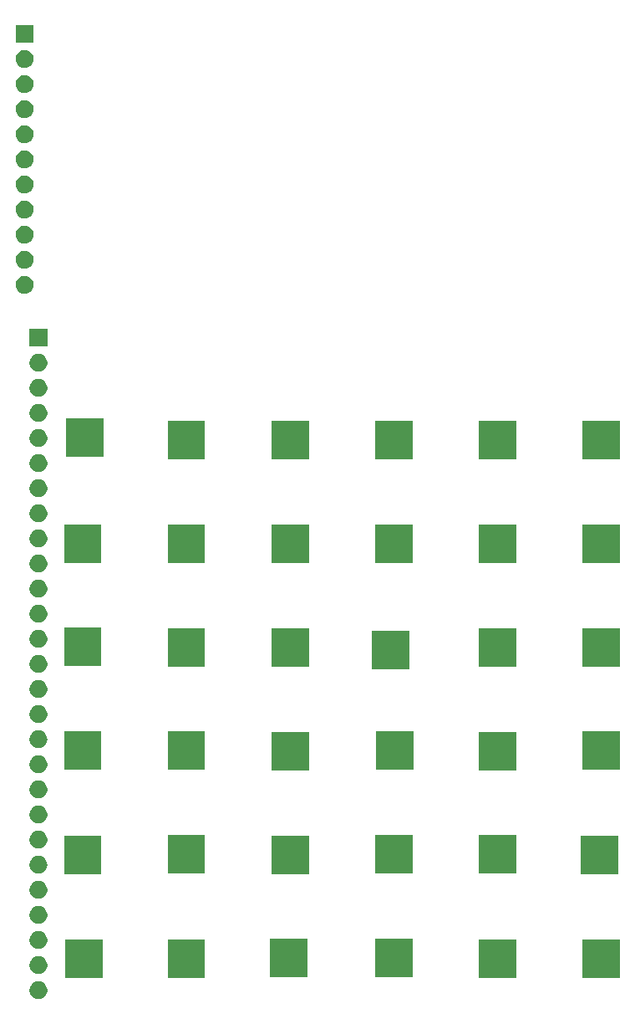
<source format=gbr>
G04 #@! TF.GenerationSoftware,KiCad,Pcbnew,5.1.5+dfsg1-2build2*
G04 #@! TF.CreationDate,2021-12-28T07:58:18+00:00*
G04 #@! TF.ProjectId,psion-org2-main,7073696f-6e2d-46f7-9267-322d6d61696e,rev?*
G04 #@! TF.SameCoordinates,Original*
G04 #@! TF.FileFunction,Soldermask,Top*
G04 #@! TF.FilePolarity,Negative*
%FSLAX46Y46*%
G04 Gerber Fmt 4.6, Leading zero omitted, Abs format (unit mm)*
G04 Created by KiCad (PCBNEW 5.1.5+dfsg1-2build2) date 2021-12-28 07:58:18*
%MOMM*%
%LPD*%
G04 APERTURE LIST*
%ADD10C,0.100000*%
G04 APERTURE END LIST*
D10*
G36*
X200875000Y-106075000D02*
G01*
X197325000Y-106075000D01*
X197325000Y-102425000D01*
X200875000Y-102425000D01*
X200875000Y-106075000D01*
G37*
X200875000Y-106075000D02*
X197325000Y-106075000D01*
X197325000Y-102425000D01*
X200875000Y-102425000D01*
X200875000Y-106075000D01*
G36*
X200875000Y-158575000D02*
G01*
X197325000Y-158575000D01*
X197325000Y-154925000D01*
X200875000Y-154925000D01*
X200875000Y-158575000D01*
G37*
X200875000Y-158575000D02*
X197325000Y-158575000D01*
X197325000Y-154925000D01*
X200875000Y-154925000D01*
X200875000Y-158575000D01*
G36*
X200775000Y-148075000D02*
G01*
X197225000Y-148075000D01*
X197225000Y-144425000D01*
X200775000Y-144425000D01*
X200775000Y-148075000D01*
G37*
X200775000Y-148075000D02*
X197225000Y-148075000D01*
X197225000Y-144425000D01*
X200775000Y-144425000D01*
X200775000Y-148075000D01*
G36*
X200875000Y-137475000D02*
G01*
X197325000Y-137475000D01*
X197325000Y-133825000D01*
X200875000Y-133825000D01*
X200875000Y-137475000D01*
G37*
X200875000Y-137475000D02*
X197325000Y-137475000D01*
X197325000Y-133825000D01*
X200875000Y-133825000D01*
X200875000Y-137475000D01*
G36*
X200875000Y-127075000D02*
G01*
X197325000Y-127075000D01*
X197325000Y-123425000D01*
X200875000Y-123425000D01*
X200875000Y-127075000D01*
G37*
X200875000Y-127075000D02*
X197325000Y-127075000D01*
X197325000Y-123425000D01*
X200875000Y-123425000D01*
X200875000Y-127075000D01*
G36*
X200875000Y-116575000D02*
G01*
X197325000Y-116575000D01*
X197325000Y-112925000D01*
X200875000Y-112925000D01*
X200875000Y-116575000D01*
G37*
X200875000Y-116575000D02*
X197325000Y-116575000D01*
X197325000Y-112925000D01*
X200875000Y-112925000D01*
X200875000Y-116575000D01*
G36*
X190375000Y-158575000D02*
G01*
X186825000Y-158575000D01*
X186825000Y-154925000D01*
X190375000Y-154925000D01*
X190375000Y-158575000D01*
G37*
X190375000Y-158575000D02*
X186825000Y-158575000D01*
X186825000Y-154925000D01*
X190375000Y-154925000D01*
X190375000Y-158575000D01*
G36*
X190375000Y-147975000D02*
G01*
X186825000Y-147975000D01*
X186825000Y-144325000D01*
X190375000Y-144325000D01*
X190375000Y-147975000D01*
G37*
X190375000Y-147975000D02*
X186825000Y-147975000D01*
X186825000Y-144325000D01*
X190375000Y-144325000D01*
X190375000Y-147975000D01*
G36*
X190375000Y-137575000D02*
G01*
X186825000Y-137575000D01*
X186825000Y-133925000D01*
X190375000Y-133925000D01*
X190375000Y-137575000D01*
G37*
X190375000Y-137575000D02*
X186825000Y-137575000D01*
X186825000Y-133925000D01*
X190375000Y-133925000D01*
X190375000Y-137575000D01*
G36*
X190375000Y-127075000D02*
G01*
X186825000Y-127075000D01*
X186825000Y-123425000D01*
X190375000Y-123425000D01*
X190375000Y-127075000D01*
G37*
X190375000Y-127075000D02*
X186825000Y-127075000D01*
X186825000Y-123425000D01*
X190375000Y-123425000D01*
X190375000Y-127075000D01*
G36*
X190375000Y-116575000D02*
G01*
X186825000Y-116575000D01*
X186825000Y-112925000D01*
X190375000Y-112925000D01*
X190375000Y-116575000D01*
G37*
X190375000Y-116575000D02*
X186825000Y-116575000D01*
X186825000Y-112925000D01*
X190375000Y-112925000D01*
X190375000Y-116575000D01*
G36*
X190375000Y-106075000D02*
G01*
X186825000Y-106075000D01*
X186825000Y-102425000D01*
X190375000Y-102425000D01*
X190375000Y-106075000D01*
G37*
X190375000Y-106075000D02*
X186825000Y-106075000D01*
X186825000Y-102425000D01*
X190375000Y-102425000D01*
X190375000Y-106075000D01*
G36*
X179875000Y-158475000D02*
G01*
X176325000Y-158475000D01*
X176325000Y-154825000D01*
X179875000Y-154825000D01*
X179875000Y-158475000D01*
G37*
X179875000Y-158475000D02*
X176325000Y-158475000D01*
X176325000Y-154825000D01*
X179875000Y-154825000D01*
X179875000Y-158475000D01*
G36*
X179875000Y-147975000D02*
G01*
X176325000Y-147975000D01*
X176325000Y-144325000D01*
X179875000Y-144325000D01*
X179875000Y-147975000D01*
G37*
X179875000Y-147975000D02*
X176325000Y-147975000D01*
X176325000Y-144325000D01*
X179875000Y-144325000D01*
X179875000Y-147975000D01*
G36*
X179975000Y-137475000D02*
G01*
X176425000Y-137475000D01*
X176425000Y-133825000D01*
X179975000Y-133825000D01*
X179975000Y-137475000D01*
G37*
X179975000Y-137475000D02*
X176425000Y-137475000D01*
X176425000Y-133825000D01*
X179975000Y-133825000D01*
X179975000Y-137475000D01*
G36*
X179575000Y-127275000D02*
G01*
X176025000Y-127275000D01*
X176025000Y-123625000D01*
X179575000Y-123625000D01*
X179575000Y-127275000D01*
G37*
X179575000Y-127275000D02*
X176025000Y-127275000D01*
X176025000Y-123625000D01*
X179575000Y-123625000D01*
X179575000Y-127275000D01*
G36*
X179875000Y-116575000D02*
G01*
X176325000Y-116575000D01*
X176325000Y-112925000D01*
X179875000Y-112925000D01*
X179875000Y-116575000D01*
G37*
X179875000Y-116575000D02*
X176325000Y-116575000D01*
X176325000Y-112925000D01*
X179875000Y-112925000D01*
X179875000Y-116575000D01*
G36*
X179875000Y-106075000D02*
G01*
X176325000Y-106075000D01*
X176325000Y-102425000D01*
X179875000Y-102425000D01*
X179875000Y-106075000D01*
G37*
X179875000Y-106075000D02*
X176325000Y-106075000D01*
X176325000Y-102425000D01*
X179875000Y-102425000D01*
X179875000Y-106075000D01*
G36*
X169275000Y-158475000D02*
G01*
X165725000Y-158475000D01*
X165725000Y-154825000D01*
X169275000Y-154825000D01*
X169275000Y-158475000D01*
G37*
X169275000Y-158475000D02*
X165725000Y-158475000D01*
X165725000Y-154825000D01*
X169275000Y-154825000D01*
X169275000Y-158475000D01*
G36*
X169375000Y-148075000D02*
G01*
X165825000Y-148075000D01*
X165825000Y-144425000D01*
X169375000Y-144425000D01*
X169375000Y-148075000D01*
G37*
X169375000Y-148075000D02*
X165825000Y-148075000D01*
X165825000Y-144425000D01*
X169375000Y-144425000D01*
X169375000Y-148075000D01*
G36*
X169375000Y-137575000D02*
G01*
X165825000Y-137575000D01*
X165825000Y-133925000D01*
X169375000Y-133925000D01*
X169375000Y-137575000D01*
G37*
X169375000Y-137575000D02*
X165825000Y-137575000D01*
X165825000Y-133925000D01*
X169375000Y-133925000D01*
X169375000Y-137575000D01*
G36*
X169375000Y-127075000D02*
G01*
X165825000Y-127075000D01*
X165825000Y-123425000D01*
X169375000Y-123425000D01*
X169375000Y-127075000D01*
G37*
X169375000Y-127075000D02*
X165825000Y-127075000D01*
X165825000Y-123425000D01*
X169375000Y-123425000D01*
X169375000Y-127075000D01*
G36*
X169375000Y-116575000D02*
G01*
X165825000Y-116575000D01*
X165825000Y-112925000D01*
X169375000Y-112925000D01*
X169375000Y-116575000D01*
G37*
X169375000Y-116575000D02*
X165825000Y-116575000D01*
X165825000Y-112925000D01*
X169375000Y-112925000D01*
X169375000Y-116575000D01*
G36*
X169375000Y-106075000D02*
G01*
X165825000Y-106075000D01*
X165825000Y-102425000D01*
X169375000Y-102425000D01*
X169375000Y-106075000D01*
G37*
X169375000Y-106075000D02*
X165825000Y-106075000D01*
X165825000Y-102425000D01*
X169375000Y-102425000D01*
X169375000Y-106075000D01*
G36*
X158875000Y-158575000D02*
G01*
X155325000Y-158575000D01*
X155325000Y-154925000D01*
X158875000Y-154925000D01*
X158875000Y-158575000D01*
G37*
X158875000Y-158575000D02*
X155325000Y-158575000D01*
X155325000Y-154925000D01*
X158875000Y-154925000D01*
X158875000Y-158575000D01*
G36*
X158875000Y-147975000D02*
G01*
X155325000Y-147975000D01*
X155325000Y-144325000D01*
X158875000Y-144325000D01*
X158875000Y-147975000D01*
G37*
X158875000Y-147975000D02*
X155325000Y-147975000D01*
X155325000Y-144325000D01*
X158875000Y-144325000D01*
X158875000Y-147975000D01*
G36*
X158875000Y-137475000D02*
G01*
X155325000Y-137475000D01*
X155325000Y-133825000D01*
X158875000Y-133825000D01*
X158875000Y-137475000D01*
G37*
X158875000Y-137475000D02*
X155325000Y-137475000D01*
X155325000Y-133825000D01*
X158875000Y-133825000D01*
X158875000Y-137475000D01*
G36*
X158875000Y-127075000D02*
G01*
X155325000Y-127075000D01*
X155325000Y-123425000D01*
X158875000Y-123425000D01*
X158875000Y-127075000D01*
G37*
X158875000Y-127075000D02*
X155325000Y-127075000D01*
X155325000Y-123425000D01*
X158875000Y-123425000D01*
X158875000Y-127075000D01*
G36*
X158875000Y-116575000D02*
G01*
X155325000Y-116575000D01*
X155325000Y-112925000D01*
X158875000Y-112925000D01*
X158875000Y-116575000D01*
G37*
X158875000Y-116575000D02*
X155325000Y-116575000D01*
X155325000Y-112925000D01*
X158875000Y-112925000D01*
X158875000Y-116575000D01*
G36*
X158875000Y-106075000D02*
G01*
X155325000Y-106075000D01*
X155325000Y-102425000D01*
X158875000Y-102425000D01*
X158875000Y-106075000D01*
G37*
X158875000Y-106075000D02*
X155325000Y-106075000D01*
X155325000Y-102425000D01*
X158875000Y-102425000D01*
X158875000Y-106075000D01*
G36*
X148475000Y-158575000D02*
G01*
X144925000Y-158575000D01*
X144925000Y-154925000D01*
X148475000Y-154925000D01*
X148475000Y-158575000D01*
G37*
X148475000Y-158575000D02*
X144925000Y-158575000D01*
X144925000Y-154925000D01*
X148475000Y-154925000D01*
X148475000Y-158575000D01*
G36*
X148375000Y-148075000D02*
G01*
X144825000Y-148075000D01*
X144825000Y-144425000D01*
X148375000Y-144425000D01*
X148375000Y-148075000D01*
G37*
X148375000Y-148075000D02*
X144825000Y-148075000D01*
X144825000Y-144425000D01*
X148375000Y-144425000D01*
X148375000Y-148075000D01*
G36*
X148375000Y-137475000D02*
G01*
X144825000Y-137475000D01*
X144825000Y-133825000D01*
X148375000Y-133825000D01*
X148375000Y-137475000D01*
G37*
X148375000Y-137475000D02*
X144825000Y-137475000D01*
X144825000Y-133825000D01*
X148375000Y-133825000D01*
X148375000Y-137475000D01*
G36*
X148375000Y-126975000D02*
G01*
X144825000Y-126975000D01*
X144825000Y-123325000D01*
X148375000Y-123325000D01*
X148375000Y-126975000D01*
G37*
X148375000Y-126975000D02*
X144825000Y-126975000D01*
X144825000Y-123325000D01*
X148375000Y-123325000D01*
X148375000Y-126975000D01*
G36*
X148375000Y-116575000D02*
G01*
X144825000Y-116575000D01*
X144825000Y-112925000D01*
X148375000Y-112925000D01*
X148375000Y-116575000D01*
G37*
X148375000Y-116575000D02*
X144825000Y-116575000D01*
X144825000Y-112925000D01*
X148375000Y-112925000D01*
X148375000Y-116575000D01*
G36*
X148575000Y-105775000D02*
G01*
X145025000Y-105775000D01*
X145025000Y-102125000D01*
X148575000Y-102125000D01*
X148575000Y-105775000D01*
G37*
X148575000Y-105775000D02*
X145025000Y-105775000D01*
X145025000Y-102125000D01*
X148575000Y-102125000D01*
X148575000Y-105775000D01*
G36*
X142213512Y-159003927D02*
G01*
X142362812Y-159033624D01*
X142526784Y-159101544D01*
X142674354Y-159200147D01*
X142799853Y-159325646D01*
X142898456Y-159473216D01*
X142966376Y-159637188D01*
X143001000Y-159811259D01*
X143001000Y-159988741D01*
X142966376Y-160162812D01*
X142898456Y-160326784D01*
X142799853Y-160474354D01*
X142674354Y-160599853D01*
X142526784Y-160698456D01*
X142362812Y-160766376D01*
X142213512Y-160796073D01*
X142188742Y-160801000D01*
X142011258Y-160801000D01*
X141986488Y-160796073D01*
X141837188Y-160766376D01*
X141673216Y-160698456D01*
X141525646Y-160599853D01*
X141400147Y-160474354D01*
X141301544Y-160326784D01*
X141233624Y-160162812D01*
X141199000Y-159988741D01*
X141199000Y-159811259D01*
X141233624Y-159637188D01*
X141301544Y-159473216D01*
X141400147Y-159325646D01*
X141525646Y-159200147D01*
X141673216Y-159101544D01*
X141837188Y-159033624D01*
X141986488Y-159003927D01*
X142011258Y-158999000D01*
X142188742Y-158999000D01*
X142213512Y-159003927D01*
G37*
G36*
X201001000Y-158701000D02*
G01*
X197199000Y-158701000D01*
X197199000Y-154799000D01*
X201001000Y-154799000D01*
X201001000Y-158701000D01*
G37*
G36*
X190501000Y-158701000D02*
G01*
X186699000Y-158701000D01*
X186699000Y-154799000D01*
X190501000Y-154799000D01*
X190501000Y-158701000D01*
G37*
G36*
X159001000Y-158701000D02*
G01*
X155199000Y-158701000D01*
X155199000Y-154799000D01*
X159001000Y-154799000D01*
X159001000Y-158701000D01*
G37*
G36*
X148601000Y-158701000D02*
G01*
X144799000Y-158701000D01*
X144799000Y-154799000D01*
X148601000Y-154799000D01*
X148601000Y-158701000D01*
G37*
G36*
X169401000Y-158601000D02*
G01*
X165599000Y-158601000D01*
X165599000Y-154699000D01*
X169401000Y-154699000D01*
X169401000Y-158601000D01*
G37*
G36*
X180001000Y-158601000D02*
G01*
X176199000Y-158601000D01*
X176199000Y-154699000D01*
X180001000Y-154699000D01*
X180001000Y-158601000D01*
G37*
G36*
X142213512Y-156463927D02*
G01*
X142362812Y-156493624D01*
X142526784Y-156561544D01*
X142674354Y-156660147D01*
X142799853Y-156785646D01*
X142898456Y-156933216D01*
X142966376Y-157097188D01*
X143001000Y-157271259D01*
X143001000Y-157448741D01*
X142966376Y-157622812D01*
X142898456Y-157786784D01*
X142799853Y-157934354D01*
X142674354Y-158059853D01*
X142526784Y-158158456D01*
X142362812Y-158226376D01*
X142213512Y-158256073D01*
X142188742Y-158261000D01*
X142011258Y-158261000D01*
X141986488Y-158256073D01*
X141837188Y-158226376D01*
X141673216Y-158158456D01*
X141525646Y-158059853D01*
X141400147Y-157934354D01*
X141301544Y-157786784D01*
X141233624Y-157622812D01*
X141199000Y-157448741D01*
X141199000Y-157271259D01*
X141233624Y-157097188D01*
X141301544Y-156933216D01*
X141400147Y-156785646D01*
X141525646Y-156660147D01*
X141673216Y-156561544D01*
X141837188Y-156493624D01*
X141986488Y-156463927D01*
X142011258Y-156459000D01*
X142188742Y-156459000D01*
X142213512Y-156463927D01*
G37*
G36*
X142213512Y-153923927D02*
G01*
X142362812Y-153953624D01*
X142526784Y-154021544D01*
X142674354Y-154120147D01*
X142799853Y-154245646D01*
X142898456Y-154393216D01*
X142966376Y-154557188D01*
X143001000Y-154731259D01*
X143001000Y-154908741D01*
X142966376Y-155082812D01*
X142898456Y-155246784D01*
X142799853Y-155394354D01*
X142674354Y-155519853D01*
X142526784Y-155618456D01*
X142362812Y-155686376D01*
X142213512Y-155716073D01*
X142188742Y-155721000D01*
X142011258Y-155721000D01*
X141986488Y-155716073D01*
X141837188Y-155686376D01*
X141673216Y-155618456D01*
X141525646Y-155519853D01*
X141400147Y-155394354D01*
X141301544Y-155246784D01*
X141233624Y-155082812D01*
X141199000Y-154908741D01*
X141199000Y-154731259D01*
X141233624Y-154557188D01*
X141301544Y-154393216D01*
X141400147Y-154245646D01*
X141525646Y-154120147D01*
X141673216Y-154021544D01*
X141837188Y-153953624D01*
X141986488Y-153923927D01*
X142011258Y-153919000D01*
X142188742Y-153919000D01*
X142213512Y-153923927D01*
G37*
G36*
X142213512Y-151383927D02*
G01*
X142362812Y-151413624D01*
X142526784Y-151481544D01*
X142674354Y-151580147D01*
X142799853Y-151705646D01*
X142898456Y-151853216D01*
X142966376Y-152017188D01*
X143001000Y-152191259D01*
X143001000Y-152368741D01*
X142966376Y-152542812D01*
X142898456Y-152706784D01*
X142799853Y-152854354D01*
X142674354Y-152979853D01*
X142526784Y-153078456D01*
X142362812Y-153146376D01*
X142213512Y-153176073D01*
X142188742Y-153181000D01*
X142011258Y-153181000D01*
X141986488Y-153176073D01*
X141837188Y-153146376D01*
X141673216Y-153078456D01*
X141525646Y-152979853D01*
X141400147Y-152854354D01*
X141301544Y-152706784D01*
X141233624Y-152542812D01*
X141199000Y-152368741D01*
X141199000Y-152191259D01*
X141233624Y-152017188D01*
X141301544Y-151853216D01*
X141400147Y-151705646D01*
X141525646Y-151580147D01*
X141673216Y-151481544D01*
X141837188Y-151413624D01*
X141986488Y-151383927D01*
X142011258Y-151379000D01*
X142188742Y-151379000D01*
X142213512Y-151383927D01*
G37*
G36*
X142213512Y-148843927D02*
G01*
X142362812Y-148873624D01*
X142526784Y-148941544D01*
X142674354Y-149040147D01*
X142799853Y-149165646D01*
X142898456Y-149313216D01*
X142966376Y-149477188D01*
X143001000Y-149651259D01*
X143001000Y-149828741D01*
X142966376Y-150002812D01*
X142898456Y-150166784D01*
X142799853Y-150314354D01*
X142674354Y-150439853D01*
X142526784Y-150538456D01*
X142362812Y-150606376D01*
X142213512Y-150636073D01*
X142188742Y-150641000D01*
X142011258Y-150641000D01*
X141986488Y-150636073D01*
X141837188Y-150606376D01*
X141673216Y-150538456D01*
X141525646Y-150439853D01*
X141400147Y-150314354D01*
X141301544Y-150166784D01*
X141233624Y-150002812D01*
X141199000Y-149828741D01*
X141199000Y-149651259D01*
X141233624Y-149477188D01*
X141301544Y-149313216D01*
X141400147Y-149165646D01*
X141525646Y-149040147D01*
X141673216Y-148941544D01*
X141837188Y-148873624D01*
X141986488Y-148843927D01*
X142011258Y-148839000D01*
X142188742Y-148839000D01*
X142213512Y-148843927D01*
G37*
G36*
X148501000Y-148201000D02*
G01*
X144699000Y-148201000D01*
X144699000Y-144299000D01*
X148501000Y-144299000D01*
X148501000Y-148201000D01*
G37*
G36*
X200901000Y-148201000D02*
G01*
X197099000Y-148201000D01*
X197099000Y-144299000D01*
X200901000Y-144299000D01*
X200901000Y-148201000D01*
G37*
G36*
X169501000Y-148201000D02*
G01*
X165699000Y-148201000D01*
X165699000Y-144299000D01*
X169501000Y-144299000D01*
X169501000Y-148201000D01*
G37*
G36*
X159001000Y-148101000D02*
G01*
X155199000Y-148101000D01*
X155199000Y-144199000D01*
X159001000Y-144199000D01*
X159001000Y-148101000D01*
G37*
G36*
X142213512Y-146303927D02*
G01*
X142362812Y-146333624D01*
X142526784Y-146401544D01*
X142674354Y-146500147D01*
X142799853Y-146625646D01*
X142898456Y-146773216D01*
X142966376Y-146937188D01*
X142996073Y-147086488D01*
X143001000Y-147111258D01*
X143001000Y-147288742D01*
X142998562Y-147301000D01*
X142966376Y-147462812D01*
X142898456Y-147626784D01*
X142799853Y-147774354D01*
X142674354Y-147899853D01*
X142526784Y-147998456D01*
X142362812Y-148066376D01*
X142213512Y-148096073D01*
X142188742Y-148101000D01*
X142011258Y-148101000D01*
X141986488Y-148096073D01*
X141837188Y-148066376D01*
X141673216Y-147998456D01*
X141525646Y-147899853D01*
X141400147Y-147774354D01*
X141301544Y-147626784D01*
X141233624Y-147462812D01*
X141201438Y-147301000D01*
X141199000Y-147288742D01*
X141199000Y-147111258D01*
X141203927Y-147086488D01*
X141233624Y-146937188D01*
X141301544Y-146773216D01*
X141400147Y-146625646D01*
X141525646Y-146500147D01*
X141673216Y-146401544D01*
X141837188Y-146333624D01*
X141986488Y-146303927D01*
X142011258Y-146299000D01*
X142188742Y-146299000D01*
X142213512Y-146303927D01*
G37*
G36*
X180001000Y-148101000D02*
G01*
X176199000Y-148101000D01*
X176199000Y-144199000D01*
X180001000Y-144199000D01*
X180001000Y-148101000D01*
G37*
G36*
X190501000Y-148101000D02*
G01*
X186699000Y-148101000D01*
X186699000Y-144199000D01*
X190501000Y-144199000D01*
X190501000Y-148101000D01*
G37*
G36*
X142213512Y-143763927D02*
G01*
X142362812Y-143793624D01*
X142526784Y-143861544D01*
X142674354Y-143960147D01*
X142799853Y-144085646D01*
X142898456Y-144233216D01*
X142966376Y-144397188D01*
X143001000Y-144571259D01*
X143001000Y-144748741D01*
X142966376Y-144922812D01*
X142898456Y-145086784D01*
X142799853Y-145234354D01*
X142674354Y-145359853D01*
X142526784Y-145458456D01*
X142362812Y-145526376D01*
X142213512Y-145556073D01*
X142188742Y-145561000D01*
X142011258Y-145561000D01*
X141986488Y-145556073D01*
X141837188Y-145526376D01*
X141673216Y-145458456D01*
X141525646Y-145359853D01*
X141400147Y-145234354D01*
X141301544Y-145086784D01*
X141233624Y-144922812D01*
X141199000Y-144748741D01*
X141199000Y-144571259D01*
X141233624Y-144397188D01*
X141301544Y-144233216D01*
X141400147Y-144085646D01*
X141525646Y-143960147D01*
X141673216Y-143861544D01*
X141837188Y-143793624D01*
X141986488Y-143763927D01*
X142011258Y-143759000D01*
X142188742Y-143759000D01*
X142213512Y-143763927D01*
G37*
G36*
X142213512Y-141223927D02*
G01*
X142362812Y-141253624D01*
X142526784Y-141321544D01*
X142674354Y-141420147D01*
X142799853Y-141545646D01*
X142898456Y-141693216D01*
X142966376Y-141857188D01*
X143001000Y-142031259D01*
X143001000Y-142208741D01*
X142966376Y-142382812D01*
X142898456Y-142546784D01*
X142799853Y-142694354D01*
X142674354Y-142819853D01*
X142526784Y-142918456D01*
X142362812Y-142986376D01*
X142213512Y-143016073D01*
X142188742Y-143021000D01*
X142011258Y-143021000D01*
X141986488Y-143016073D01*
X141837188Y-142986376D01*
X141673216Y-142918456D01*
X141525646Y-142819853D01*
X141400147Y-142694354D01*
X141301544Y-142546784D01*
X141233624Y-142382812D01*
X141199000Y-142208741D01*
X141199000Y-142031259D01*
X141233624Y-141857188D01*
X141301544Y-141693216D01*
X141400147Y-141545646D01*
X141525646Y-141420147D01*
X141673216Y-141321544D01*
X141837188Y-141253624D01*
X141986488Y-141223927D01*
X142011258Y-141219000D01*
X142188742Y-141219000D01*
X142213512Y-141223927D01*
G37*
G36*
X142213512Y-138683927D02*
G01*
X142362812Y-138713624D01*
X142526784Y-138781544D01*
X142674354Y-138880147D01*
X142799853Y-139005646D01*
X142898456Y-139153216D01*
X142966376Y-139317188D01*
X143001000Y-139491259D01*
X143001000Y-139668741D01*
X142966376Y-139842812D01*
X142898456Y-140006784D01*
X142799853Y-140154354D01*
X142674354Y-140279853D01*
X142526784Y-140378456D01*
X142362812Y-140446376D01*
X142213512Y-140476073D01*
X142188742Y-140481000D01*
X142011258Y-140481000D01*
X141986488Y-140476073D01*
X141837188Y-140446376D01*
X141673216Y-140378456D01*
X141525646Y-140279853D01*
X141400147Y-140154354D01*
X141301544Y-140006784D01*
X141233624Y-139842812D01*
X141199000Y-139668741D01*
X141199000Y-139491259D01*
X141233624Y-139317188D01*
X141301544Y-139153216D01*
X141400147Y-139005646D01*
X141525646Y-138880147D01*
X141673216Y-138781544D01*
X141837188Y-138713624D01*
X141986488Y-138683927D01*
X142011258Y-138679000D01*
X142188742Y-138679000D01*
X142213512Y-138683927D01*
G37*
G36*
X142213512Y-136143927D02*
G01*
X142362812Y-136173624D01*
X142526784Y-136241544D01*
X142674354Y-136340147D01*
X142799853Y-136465646D01*
X142898456Y-136613216D01*
X142966376Y-136777188D01*
X143001000Y-136951259D01*
X143001000Y-137128741D01*
X142966376Y-137302812D01*
X142898456Y-137466784D01*
X142799853Y-137614354D01*
X142674354Y-137739853D01*
X142526784Y-137838456D01*
X142362812Y-137906376D01*
X142213512Y-137936073D01*
X142188742Y-137941000D01*
X142011258Y-137941000D01*
X141986488Y-137936073D01*
X141837188Y-137906376D01*
X141673216Y-137838456D01*
X141525646Y-137739853D01*
X141400147Y-137614354D01*
X141301544Y-137466784D01*
X141233624Y-137302812D01*
X141199000Y-137128741D01*
X141199000Y-136951259D01*
X141233624Y-136777188D01*
X141301544Y-136613216D01*
X141400147Y-136465646D01*
X141525646Y-136340147D01*
X141673216Y-136241544D01*
X141837188Y-136173624D01*
X141986488Y-136143927D01*
X142011258Y-136139000D01*
X142188742Y-136139000D01*
X142213512Y-136143927D01*
G37*
G36*
X169501000Y-137701000D02*
G01*
X165699000Y-137701000D01*
X165699000Y-133799000D01*
X169501000Y-133799000D01*
X169501000Y-137701000D01*
G37*
G36*
X190501000Y-137701000D02*
G01*
X186699000Y-137701000D01*
X186699000Y-133799000D01*
X190501000Y-133799000D01*
X190501000Y-137701000D01*
G37*
G36*
X159001000Y-137601000D02*
G01*
X155199000Y-137601000D01*
X155199000Y-133699000D01*
X159001000Y-133699000D01*
X159001000Y-137601000D01*
G37*
G36*
X201001000Y-137601000D02*
G01*
X197199000Y-137601000D01*
X197199000Y-133699000D01*
X201001000Y-133699000D01*
X201001000Y-137601000D01*
G37*
G36*
X180101000Y-137601000D02*
G01*
X176299000Y-137601000D01*
X176299000Y-133699000D01*
X180101000Y-133699000D01*
X180101000Y-137601000D01*
G37*
G36*
X148501000Y-137601000D02*
G01*
X144699000Y-137601000D01*
X144699000Y-133699000D01*
X148501000Y-133699000D01*
X148501000Y-137601000D01*
G37*
G36*
X142213512Y-133603927D02*
G01*
X142362812Y-133633624D01*
X142526784Y-133701544D01*
X142674354Y-133800147D01*
X142799853Y-133925646D01*
X142898456Y-134073216D01*
X142966376Y-134237188D01*
X142996073Y-134386488D01*
X143001000Y-134411258D01*
X143001000Y-134588742D01*
X142998562Y-134601000D01*
X142966376Y-134762812D01*
X142898456Y-134926784D01*
X142799853Y-135074354D01*
X142674354Y-135199853D01*
X142526784Y-135298456D01*
X142362812Y-135366376D01*
X142213512Y-135396073D01*
X142188742Y-135401000D01*
X142011258Y-135401000D01*
X141986488Y-135396073D01*
X141837188Y-135366376D01*
X141673216Y-135298456D01*
X141525646Y-135199853D01*
X141400147Y-135074354D01*
X141301544Y-134926784D01*
X141233624Y-134762812D01*
X141201438Y-134601000D01*
X141199000Y-134588742D01*
X141199000Y-134411258D01*
X141203927Y-134386488D01*
X141233624Y-134237188D01*
X141301544Y-134073216D01*
X141400147Y-133925646D01*
X141525646Y-133800147D01*
X141673216Y-133701544D01*
X141837188Y-133633624D01*
X141986488Y-133603927D01*
X142011258Y-133599000D01*
X142188742Y-133599000D01*
X142213512Y-133603927D01*
G37*
G36*
X142213512Y-131063927D02*
G01*
X142362812Y-131093624D01*
X142526784Y-131161544D01*
X142674354Y-131260147D01*
X142799853Y-131385646D01*
X142898456Y-131533216D01*
X142966376Y-131697188D01*
X143001000Y-131871259D01*
X143001000Y-132048741D01*
X142966376Y-132222812D01*
X142898456Y-132386784D01*
X142799853Y-132534354D01*
X142674354Y-132659853D01*
X142526784Y-132758456D01*
X142362812Y-132826376D01*
X142213512Y-132856073D01*
X142188742Y-132861000D01*
X142011258Y-132861000D01*
X141986488Y-132856073D01*
X141837188Y-132826376D01*
X141673216Y-132758456D01*
X141525646Y-132659853D01*
X141400147Y-132534354D01*
X141301544Y-132386784D01*
X141233624Y-132222812D01*
X141199000Y-132048741D01*
X141199000Y-131871259D01*
X141233624Y-131697188D01*
X141301544Y-131533216D01*
X141400147Y-131385646D01*
X141525646Y-131260147D01*
X141673216Y-131161544D01*
X141837188Y-131093624D01*
X141986488Y-131063927D01*
X142011258Y-131059000D01*
X142188742Y-131059000D01*
X142213512Y-131063927D01*
G37*
G36*
X142213512Y-128523927D02*
G01*
X142362812Y-128553624D01*
X142526784Y-128621544D01*
X142674354Y-128720147D01*
X142799853Y-128845646D01*
X142898456Y-128993216D01*
X142966376Y-129157188D01*
X143001000Y-129331259D01*
X143001000Y-129508741D01*
X142966376Y-129682812D01*
X142898456Y-129846784D01*
X142799853Y-129994354D01*
X142674354Y-130119853D01*
X142526784Y-130218456D01*
X142362812Y-130286376D01*
X142213512Y-130316073D01*
X142188742Y-130321000D01*
X142011258Y-130321000D01*
X141986488Y-130316073D01*
X141837188Y-130286376D01*
X141673216Y-130218456D01*
X141525646Y-130119853D01*
X141400147Y-129994354D01*
X141301544Y-129846784D01*
X141233624Y-129682812D01*
X141199000Y-129508741D01*
X141199000Y-129331259D01*
X141233624Y-129157188D01*
X141301544Y-128993216D01*
X141400147Y-128845646D01*
X141525646Y-128720147D01*
X141673216Y-128621544D01*
X141837188Y-128553624D01*
X141986488Y-128523927D01*
X142011258Y-128519000D01*
X142188742Y-128519000D01*
X142213512Y-128523927D01*
G37*
G36*
X142213512Y-125983927D02*
G01*
X142362812Y-126013624D01*
X142526784Y-126081544D01*
X142674354Y-126180147D01*
X142799853Y-126305646D01*
X142898456Y-126453216D01*
X142966376Y-126617188D01*
X143001000Y-126791259D01*
X143001000Y-126968741D01*
X142966376Y-127142812D01*
X142898456Y-127306784D01*
X142799853Y-127454354D01*
X142674354Y-127579853D01*
X142526784Y-127678456D01*
X142362812Y-127746376D01*
X142213512Y-127776073D01*
X142188742Y-127781000D01*
X142011258Y-127781000D01*
X141986488Y-127776073D01*
X141837188Y-127746376D01*
X141673216Y-127678456D01*
X141525646Y-127579853D01*
X141400147Y-127454354D01*
X141301544Y-127306784D01*
X141233624Y-127142812D01*
X141199000Y-126968741D01*
X141199000Y-126791259D01*
X141233624Y-126617188D01*
X141301544Y-126453216D01*
X141400147Y-126305646D01*
X141525646Y-126180147D01*
X141673216Y-126081544D01*
X141837188Y-126013624D01*
X141986488Y-125983927D01*
X142011258Y-125979000D01*
X142188742Y-125979000D01*
X142213512Y-125983927D01*
G37*
G36*
X179701000Y-127401000D02*
G01*
X175899000Y-127401000D01*
X175899000Y-123499000D01*
X179701000Y-123499000D01*
X179701000Y-127401000D01*
G37*
G36*
X190501000Y-127201000D02*
G01*
X186699000Y-127201000D01*
X186699000Y-123299000D01*
X190501000Y-123299000D01*
X190501000Y-127201000D01*
G37*
G36*
X159001000Y-127201000D02*
G01*
X155199000Y-127201000D01*
X155199000Y-123299000D01*
X159001000Y-123299000D01*
X159001000Y-127201000D01*
G37*
G36*
X201001000Y-127201000D02*
G01*
X197199000Y-127201000D01*
X197199000Y-123299000D01*
X201001000Y-123299000D01*
X201001000Y-127201000D01*
G37*
G36*
X169501000Y-127201000D02*
G01*
X165699000Y-127201000D01*
X165699000Y-123299000D01*
X169501000Y-123299000D01*
X169501000Y-127201000D01*
G37*
G36*
X148501000Y-127101000D02*
G01*
X144699000Y-127101000D01*
X144699000Y-123199000D01*
X148501000Y-123199000D01*
X148501000Y-127101000D01*
G37*
G36*
X142213512Y-123443927D02*
G01*
X142362812Y-123473624D01*
X142526784Y-123541544D01*
X142674354Y-123640147D01*
X142799853Y-123765646D01*
X142898456Y-123913216D01*
X142966376Y-124077188D01*
X143001000Y-124251259D01*
X143001000Y-124428741D01*
X142966376Y-124602812D01*
X142898456Y-124766784D01*
X142799853Y-124914354D01*
X142674354Y-125039853D01*
X142526784Y-125138456D01*
X142362812Y-125206376D01*
X142213512Y-125236073D01*
X142188742Y-125241000D01*
X142011258Y-125241000D01*
X141986488Y-125236073D01*
X141837188Y-125206376D01*
X141673216Y-125138456D01*
X141525646Y-125039853D01*
X141400147Y-124914354D01*
X141301544Y-124766784D01*
X141233624Y-124602812D01*
X141199000Y-124428741D01*
X141199000Y-124251259D01*
X141233624Y-124077188D01*
X141301544Y-123913216D01*
X141400147Y-123765646D01*
X141525646Y-123640147D01*
X141673216Y-123541544D01*
X141837188Y-123473624D01*
X141986488Y-123443927D01*
X142011258Y-123439000D01*
X142188742Y-123439000D01*
X142213512Y-123443927D01*
G37*
G36*
X142213512Y-120903927D02*
G01*
X142362812Y-120933624D01*
X142526784Y-121001544D01*
X142674354Y-121100147D01*
X142799853Y-121225646D01*
X142898456Y-121373216D01*
X142966376Y-121537188D01*
X143001000Y-121711259D01*
X143001000Y-121888741D01*
X142966376Y-122062812D01*
X142898456Y-122226784D01*
X142799853Y-122374354D01*
X142674354Y-122499853D01*
X142526784Y-122598456D01*
X142362812Y-122666376D01*
X142213512Y-122696073D01*
X142188742Y-122701000D01*
X142011258Y-122701000D01*
X141986488Y-122696073D01*
X141837188Y-122666376D01*
X141673216Y-122598456D01*
X141525646Y-122499853D01*
X141400147Y-122374354D01*
X141301544Y-122226784D01*
X141233624Y-122062812D01*
X141199000Y-121888741D01*
X141199000Y-121711259D01*
X141233624Y-121537188D01*
X141301544Y-121373216D01*
X141400147Y-121225646D01*
X141525646Y-121100147D01*
X141673216Y-121001544D01*
X141837188Y-120933624D01*
X141986488Y-120903927D01*
X142011258Y-120899000D01*
X142188742Y-120899000D01*
X142213512Y-120903927D01*
G37*
G36*
X142213512Y-118363927D02*
G01*
X142362812Y-118393624D01*
X142526784Y-118461544D01*
X142674354Y-118560147D01*
X142799853Y-118685646D01*
X142898456Y-118833216D01*
X142966376Y-118997188D01*
X143001000Y-119171259D01*
X143001000Y-119348741D01*
X142966376Y-119522812D01*
X142898456Y-119686784D01*
X142799853Y-119834354D01*
X142674354Y-119959853D01*
X142526784Y-120058456D01*
X142362812Y-120126376D01*
X142213512Y-120156073D01*
X142188742Y-120161000D01*
X142011258Y-120161000D01*
X141986488Y-120156073D01*
X141837188Y-120126376D01*
X141673216Y-120058456D01*
X141525646Y-119959853D01*
X141400147Y-119834354D01*
X141301544Y-119686784D01*
X141233624Y-119522812D01*
X141199000Y-119348741D01*
X141199000Y-119171259D01*
X141233624Y-118997188D01*
X141301544Y-118833216D01*
X141400147Y-118685646D01*
X141525646Y-118560147D01*
X141673216Y-118461544D01*
X141837188Y-118393624D01*
X141986488Y-118363927D01*
X142011258Y-118359000D01*
X142188742Y-118359000D01*
X142213512Y-118363927D01*
G37*
G36*
X142213512Y-115823927D02*
G01*
X142362812Y-115853624D01*
X142526784Y-115921544D01*
X142674354Y-116020147D01*
X142799853Y-116145646D01*
X142898456Y-116293216D01*
X142966376Y-116457188D01*
X143001000Y-116631259D01*
X143001000Y-116808741D01*
X142966376Y-116982812D01*
X142898456Y-117146784D01*
X142799853Y-117294354D01*
X142674354Y-117419853D01*
X142526784Y-117518456D01*
X142362812Y-117586376D01*
X142213512Y-117616073D01*
X142188742Y-117621000D01*
X142011258Y-117621000D01*
X141986488Y-117616073D01*
X141837188Y-117586376D01*
X141673216Y-117518456D01*
X141525646Y-117419853D01*
X141400147Y-117294354D01*
X141301544Y-117146784D01*
X141233624Y-116982812D01*
X141199000Y-116808741D01*
X141199000Y-116631259D01*
X141233624Y-116457188D01*
X141301544Y-116293216D01*
X141400147Y-116145646D01*
X141525646Y-116020147D01*
X141673216Y-115921544D01*
X141837188Y-115853624D01*
X141986488Y-115823927D01*
X142011258Y-115819000D01*
X142188742Y-115819000D01*
X142213512Y-115823927D01*
G37*
G36*
X190501000Y-116701000D02*
G01*
X186699000Y-116701000D01*
X186699000Y-112799000D01*
X190501000Y-112799000D01*
X190501000Y-116701000D01*
G37*
G36*
X169501000Y-116701000D02*
G01*
X165699000Y-116701000D01*
X165699000Y-112799000D01*
X169501000Y-112799000D01*
X169501000Y-116701000D01*
G37*
G36*
X180001000Y-116701000D02*
G01*
X176199000Y-116701000D01*
X176199000Y-112799000D01*
X180001000Y-112799000D01*
X180001000Y-116701000D01*
G37*
G36*
X201001000Y-116701000D02*
G01*
X197199000Y-116701000D01*
X197199000Y-112799000D01*
X201001000Y-112799000D01*
X201001000Y-116701000D01*
G37*
G36*
X148501000Y-116701000D02*
G01*
X144699000Y-116701000D01*
X144699000Y-112799000D01*
X148501000Y-112799000D01*
X148501000Y-116701000D01*
G37*
G36*
X159001000Y-116701000D02*
G01*
X155199000Y-116701000D01*
X155199000Y-112799000D01*
X159001000Y-112799000D01*
X159001000Y-116701000D01*
G37*
G36*
X142213512Y-113283927D02*
G01*
X142362812Y-113313624D01*
X142526784Y-113381544D01*
X142674354Y-113480147D01*
X142799853Y-113605646D01*
X142898456Y-113753216D01*
X142966376Y-113917188D01*
X143001000Y-114091259D01*
X143001000Y-114268741D01*
X142966376Y-114442812D01*
X142898456Y-114606784D01*
X142799853Y-114754354D01*
X142674354Y-114879853D01*
X142526784Y-114978456D01*
X142362812Y-115046376D01*
X142213512Y-115076073D01*
X142188742Y-115081000D01*
X142011258Y-115081000D01*
X141986488Y-115076073D01*
X141837188Y-115046376D01*
X141673216Y-114978456D01*
X141525646Y-114879853D01*
X141400147Y-114754354D01*
X141301544Y-114606784D01*
X141233624Y-114442812D01*
X141199000Y-114268741D01*
X141199000Y-114091259D01*
X141233624Y-113917188D01*
X141301544Y-113753216D01*
X141400147Y-113605646D01*
X141525646Y-113480147D01*
X141673216Y-113381544D01*
X141837188Y-113313624D01*
X141986488Y-113283927D01*
X142011258Y-113279000D01*
X142188742Y-113279000D01*
X142213512Y-113283927D01*
G37*
G36*
X142213512Y-110743927D02*
G01*
X142362812Y-110773624D01*
X142526784Y-110841544D01*
X142674354Y-110940147D01*
X142799853Y-111065646D01*
X142898456Y-111213216D01*
X142966376Y-111377188D01*
X143001000Y-111551259D01*
X143001000Y-111728741D01*
X142966376Y-111902812D01*
X142898456Y-112066784D01*
X142799853Y-112214354D01*
X142674354Y-112339853D01*
X142526784Y-112438456D01*
X142362812Y-112506376D01*
X142213512Y-112536073D01*
X142188742Y-112541000D01*
X142011258Y-112541000D01*
X141986488Y-112536073D01*
X141837188Y-112506376D01*
X141673216Y-112438456D01*
X141525646Y-112339853D01*
X141400147Y-112214354D01*
X141301544Y-112066784D01*
X141233624Y-111902812D01*
X141199000Y-111728741D01*
X141199000Y-111551259D01*
X141233624Y-111377188D01*
X141301544Y-111213216D01*
X141400147Y-111065646D01*
X141525646Y-110940147D01*
X141673216Y-110841544D01*
X141837188Y-110773624D01*
X141986488Y-110743927D01*
X142011258Y-110739000D01*
X142188742Y-110739000D01*
X142213512Y-110743927D01*
G37*
G36*
X142213512Y-108203927D02*
G01*
X142362812Y-108233624D01*
X142526784Y-108301544D01*
X142674354Y-108400147D01*
X142799853Y-108525646D01*
X142898456Y-108673216D01*
X142966376Y-108837188D01*
X143001000Y-109011259D01*
X143001000Y-109188741D01*
X142966376Y-109362812D01*
X142898456Y-109526784D01*
X142799853Y-109674354D01*
X142674354Y-109799853D01*
X142526784Y-109898456D01*
X142362812Y-109966376D01*
X142213512Y-109996073D01*
X142188742Y-110001000D01*
X142011258Y-110001000D01*
X141986488Y-109996073D01*
X141837188Y-109966376D01*
X141673216Y-109898456D01*
X141525646Y-109799853D01*
X141400147Y-109674354D01*
X141301544Y-109526784D01*
X141233624Y-109362812D01*
X141199000Y-109188741D01*
X141199000Y-109011259D01*
X141233624Y-108837188D01*
X141301544Y-108673216D01*
X141400147Y-108525646D01*
X141525646Y-108400147D01*
X141673216Y-108301544D01*
X141837188Y-108233624D01*
X141986488Y-108203927D01*
X142011258Y-108199000D01*
X142188742Y-108199000D01*
X142213512Y-108203927D01*
G37*
G36*
X142213512Y-105663927D02*
G01*
X142362812Y-105693624D01*
X142526784Y-105761544D01*
X142674354Y-105860147D01*
X142799853Y-105985646D01*
X142898456Y-106133216D01*
X142966376Y-106297188D01*
X143001000Y-106471259D01*
X143001000Y-106648741D01*
X142966376Y-106822812D01*
X142898456Y-106986784D01*
X142799853Y-107134354D01*
X142674354Y-107259853D01*
X142526784Y-107358456D01*
X142362812Y-107426376D01*
X142213512Y-107456073D01*
X142188742Y-107461000D01*
X142011258Y-107461000D01*
X141986488Y-107456073D01*
X141837188Y-107426376D01*
X141673216Y-107358456D01*
X141525646Y-107259853D01*
X141400147Y-107134354D01*
X141301544Y-106986784D01*
X141233624Y-106822812D01*
X141199000Y-106648741D01*
X141199000Y-106471259D01*
X141233624Y-106297188D01*
X141301544Y-106133216D01*
X141400147Y-105985646D01*
X141525646Y-105860147D01*
X141673216Y-105761544D01*
X141837188Y-105693624D01*
X141986488Y-105663927D01*
X142011258Y-105659000D01*
X142188742Y-105659000D01*
X142213512Y-105663927D01*
G37*
G36*
X169501000Y-106201000D02*
G01*
X165699000Y-106201000D01*
X165699000Y-102299000D01*
X169501000Y-102299000D01*
X169501000Y-106201000D01*
G37*
G36*
X190501000Y-106201000D02*
G01*
X186699000Y-106201000D01*
X186699000Y-102299000D01*
X190501000Y-102299000D01*
X190501000Y-106201000D01*
G37*
G36*
X180001000Y-106201000D02*
G01*
X176199000Y-106201000D01*
X176199000Y-102299000D01*
X180001000Y-102299000D01*
X180001000Y-106201000D01*
G37*
G36*
X159001000Y-106201000D02*
G01*
X155199000Y-106201000D01*
X155199000Y-102299000D01*
X159001000Y-102299000D01*
X159001000Y-106201000D01*
G37*
G36*
X201001000Y-106201000D02*
G01*
X197199000Y-106201000D01*
X197199000Y-102299000D01*
X201001000Y-102299000D01*
X201001000Y-106201000D01*
G37*
G36*
X148701000Y-105901000D02*
G01*
X144899000Y-105901000D01*
X144899000Y-101999000D01*
X148701000Y-101999000D01*
X148701000Y-105901000D01*
G37*
G36*
X142213512Y-103123927D02*
G01*
X142362812Y-103153624D01*
X142526784Y-103221544D01*
X142674354Y-103320147D01*
X142799853Y-103445646D01*
X142898456Y-103593216D01*
X142966376Y-103757188D01*
X143001000Y-103931259D01*
X143001000Y-104108741D01*
X142966376Y-104282812D01*
X142898456Y-104446784D01*
X142799853Y-104594354D01*
X142674354Y-104719853D01*
X142526784Y-104818456D01*
X142362812Y-104886376D01*
X142213512Y-104916073D01*
X142188742Y-104921000D01*
X142011258Y-104921000D01*
X141986488Y-104916073D01*
X141837188Y-104886376D01*
X141673216Y-104818456D01*
X141525646Y-104719853D01*
X141400147Y-104594354D01*
X141301544Y-104446784D01*
X141233624Y-104282812D01*
X141199000Y-104108741D01*
X141199000Y-103931259D01*
X141233624Y-103757188D01*
X141301544Y-103593216D01*
X141400147Y-103445646D01*
X141525646Y-103320147D01*
X141673216Y-103221544D01*
X141837188Y-103153624D01*
X141986488Y-103123927D01*
X142011258Y-103119000D01*
X142188742Y-103119000D01*
X142213512Y-103123927D01*
G37*
G36*
X142213512Y-100583927D02*
G01*
X142362812Y-100613624D01*
X142526784Y-100681544D01*
X142674354Y-100780147D01*
X142799853Y-100905646D01*
X142898456Y-101053216D01*
X142966376Y-101217188D01*
X143001000Y-101391259D01*
X143001000Y-101568741D01*
X142966376Y-101742812D01*
X142898456Y-101906784D01*
X142799853Y-102054354D01*
X142674354Y-102179853D01*
X142526784Y-102278456D01*
X142362812Y-102346376D01*
X142213512Y-102376073D01*
X142188742Y-102381000D01*
X142011258Y-102381000D01*
X141986488Y-102376073D01*
X141837188Y-102346376D01*
X141673216Y-102278456D01*
X141525646Y-102179853D01*
X141400147Y-102054354D01*
X141301544Y-101906784D01*
X141233624Y-101742812D01*
X141199000Y-101568741D01*
X141199000Y-101391259D01*
X141233624Y-101217188D01*
X141301544Y-101053216D01*
X141400147Y-100905646D01*
X141525646Y-100780147D01*
X141673216Y-100681544D01*
X141837188Y-100613624D01*
X141986488Y-100583927D01*
X142011258Y-100579000D01*
X142188742Y-100579000D01*
X142213512Y-100583927D01*
G37*
G36*
X142213512Y-98043927D02*
G01*
X142362812Y-98073624D01*
X142526784Y-98141544D01*
X142674354Y-98240147D01*
X142799853Y-98365646D01*
X142898456Y-98513216D01*
X142966376Y-98677188D01*
X143001000Y-98851259D01*
X143001000Y-99028741D01*
X142966376Y-99202812D01*
X142898456Y-99366784D01*
X142799853Y-99514354D01*
X142674354Y-99639853D01*
X142526784Y-99738456D01*
X142362812Y-99806376D01*
X142213512Y-99836073D01*
X142188742Y-99841000D01*
X142011258Y-99841000D01*
X141986488Y-99836073D01*
X141837188Y-99806376D01*
X141673216Y-99738456D01*
X141525646Y-99639853D01*
X141400147Y-99514354D01*
X141301544Y-99366784D01*
X141233624Y-99202812D01*
X141199000Y-99028741D01*
X141199000Y-98851259D01*
X141233624Y-98677188D01*
X141301544Y-98513216D01*
X141400147Y-98365646D01*
X141525646Y-98240147D01*
X141673216Y-98141544D01*
X141837188Y-98073624D01*
X141986488Y-98043927D01*
X142011258Y-98039000D01*
X142188742Y-98039000D01*
X142213512Y-98043927D01*
G37*
G36*
X142213512Y-95503927D02*
G01*
X142362812Y-95533624D01*
X142526784Y-95601544D01*
X142674354Y-95700147D01*
X142799853Y-95825646D01*
X142898456Y-95973216D01*
X142966376Y-96137188D01*
X143001000Y-96311259D01*
X143001000Y-96488741D01*
X142966376Y-96662812D01*
X142898456Y-96826784D01*
X142799853Y-96974354D01*
X142674354Y-97099853D01*
X142526784Y-97198456D01*
X142362812Y-97266376D01*
X142213512Y-97296073D01*
X142188742Y-97301000D01*
X142011258Y-97301000D01*
X141986488Y-97296073D01*
X141837188Y-97266376D01*
X141673216Y-97198456D01*
X141525646Y-97099853D01*
X141400147Y-96974354D01*
X141301544Y-96826784D01*
X141233624Y-96662812D01*
X141199000Y-96488741D01*
X141199000Y-96311259D01*
X141233624Y-96137188D01*
X141301544Y-95973216D01*
X141400147Y-95825646D01*
X141525646Y-95700147D01*
X141673216Y-95601544D01*
X141837188Y-95533624D01*
X141986488Y-95503927D01*
X142011258Y-95499000D01*
X142188742Y-95499000D01*
X142213512Y-95503927D01*
G37*
G36*
X143001000Y-94761000D02*
G01*
X141199000Y-94761000D01*
X141199000Y-92959000D01*
X143001000Y-92959000D01*
X143001000Y-94761000D01*
G37*
G36*
X140813512Y-87603927D02*
G01*
X140962812Y-87633624D01*
X141126784Y-87701544D01*
X141274354Y-87800147D01*
X141399853Y-87925646D01*
X141498456Y-88073216D01*
X141566376Y-88237188D01*
X141601000Y-88411259D01*
X141601000Y-88588741D01*
X141566376Y-88762812D01*
X141498456Y-88926784D01*
X141399853Y-89074354D01*
X141274354Y-89199853D01*
X141126784Y-89298456D01*
X140962812Y-89366376D01*
X140813512Y-89396073D01*
X140788742Y-89401000D01*
X140611258Y-89401000D01*
X140586488Y-89396073D01*
X140437188Y-89366376D01*
X140273216Y-89298456D01*
X140125646Y-89199853D01*
X140000147Y-89074354D01*
X139901544Y-88926784D01*
X139833624Y-88762812D01*
X139799000Y-88588741D01*
X139799000Y-88411259D01*
X139833624Y-88237188D01*
X139901544Y-88073216D01*
X140000147Y-87925646D01*
X140125646Y-87800147D01*
X140273216Y-87701544D01*
X140437188Y-87633624D01*
X140586488Y-87603927D01*
X140611258Y-87599000D01*
X140788742Y-87599000D01*
X140813512Y-87603927D01*
G37*
G36*
X140813512Y-85063927D02*
G01*
X140962812Y-85093624D01*
X141126784Y-85161544D01*
X141274354Y-85260147D01*
X141399853Y-85385646D01*
X141498456Y-85533216D01*
X141566376Y-85697188D01*
X141601000Y-85871259D01*
X141601000Y-86048741D01*
X141566376Y-86222812D01*
X141498456Y-86386784D01*
X141399853Y-86534354D01*
X141274354Y-86659853D01*
X141126784Y-86758456D01*
X140962812Y-86826376D01*
X140813512Y-86856073D01*
X140788742Y-86861000D01*
X140611258Y-86861000D01*
X140586488Y-86856073D01*
X140437188Y-86826376D01*
X140273216Y-86758456D01*
X140125646Y-86659853D01*
X140000147Y-86534354D01*
X139901544Y-86386784D01*
X139833624Y-86222812D01*
X139799000Y-86048741D01*
X139799000Y-85871259D01*
X139833624Y-85697188D01*
X139901544Y-85533216D01*
X140000147Y-85385646D01*
X140125646Y-85260147D01*
X140273216Y-85161544D01*
X140437188Y-85093624D01*
X140586488Y-85063927D01*
X140611258Y-85059000D01*
X140788742Y-85059000D01*
X140813512Y-85063927D01*
G37*
G36*
X140813512Y-82523927D02*
G01*
X140962812Y-82553624D01*
X141126784Y-82621544D01*
X141274354Y-82720147D01*
X141399853Y-82845646D01*
X141498456Y-82993216D01*
X141566376Y-83157188D01*
X141601000Y-83331259D01*
X141601000Y-83508741D01*
X141566376Y-83682812D01*
X141498456Y-83846784D01*
X141399853Y-83994354D01*
X141274354Y-84119853D01*
X141126784Y-84218456D01*
X140962812Y-84286376D01*
X140813512Y-84316073D01*
X140788742Y-84321000D01*
X140611258Y-84321000D01*
X140586488Y-84316073D01*
X140437188Y-84286376D01*
X140273216Y-84218456D01*
X140125646Y-84119853D01*
X140000147Y-83994354D01*
X139901544Y-83846784D01*
X139833624Y-83682812D01*
X139799000Y-83508741D01*
X139799000Y-83331259D01*
X139833624Y-83157188D01*
X139901544Y-82993216D01*
X140000147Y-82845646D01*
X140125646Y-82720147D01*
X140273216Y-82621544D01*
X140437188Y-82553624D01*
X140586488Y-82523927D01*
X140611258Y-82519000D01*
X140788742Y-82519000D01*
X140813512Y-82523927D01*
G37*
G36*
X140813512Y-79983927D02*
G01*
X140962812Y-80013624D01*
X141126784Y-80081544D01*
X141274354Y-80180147D01*
X141399853Y-80305646D01*
X141498456Y-80453216D01*
X141566376Y-80617188D01*
X141601000Y-80791259D01*
X141601000Y-80968741D01*
X141566376Y-81142812D01*
X141498456Y-81306784D01*
X141399853Y-81454354D01*
X141274354Y-81579853D01*
X141126784Y-81678456D01*
X140962812Y-81746376D01*
X140813512Y-81776073D01*
X140788742Y-81781000D01*
X140611258Y-81781000D01*
X140586488Y-81776073D01*
X140437188Y-81746376D01*
X140273216Y-81678456D01*
X140125646Y-81579853D01*
X140000147Y-81454354D01*
X139901544Y-81306784D01*
X139833624Y-81142812D01*
X139799000Y-80968741D01*
X139799000Y-80791259D01*
X139833624Y-80617188D01*
X139901544Y-80453216D01*
X140000147Y-80305646D01*
X140125646Y-80180147D01*
X140273216Y-80081544D01*
X140437188Y-80013624D01*
X140586488Y-79983927D01*
X140611258Y-79979000D01*
X140788742Y-79979000D01*
X140813512Y-79983927D01*
G37*
G36*
X140813512Y-77443927D02*
G01*
X140962812Y-77473624D01*
X141126784Y-77541544D01*
X141274354Y-77640147D01*
X141399853Y-77765646D01*
X141498456Y-77913216D01*
X141566376Y-78077188D01*
X141601000Y-78251259D01*
X141601000Y-78428741D01*
X141566376Y-78602812D01*
X141498456Y-78766784D01*
X141399853Y-78914354D01*
X141274354Y-79039853D01*
X141126784Y-79138456D01*
X140962812Y-79206376D01*
X140813512Y-79236073D01*
X140788742Y-79241000D01*
X140611258Y-79241000D01*
X140586488Y-79236073D01*
X140437188Y-79206376D01*
X140273216Y-79138456D01*
X140125646Y-79039853D01*
X140000147Y-78914354D01*
X139901544Y-78766784D01*
X139833624Y-78602812D01*
X139799000Y-78428741D01*
X139799000Y-78251259D01*
X139833624Y-78077188D01*
X139901544Y-77913216D01*
X140000147Y-77765646D01*
X140125646Y-77640147D01*
X140273216Y-77541544D01*
X140437188Y-77473624D01*
X140586488Y-77443927D01*
X140611258Y-77439000D01*
X140788742Y-77439000D01*
X140813512Y-77443927D01*
G37*
G36*
X140813512Y-74903927D02*
G01*
X140962812Y-74933624D01*
X141126784Y-75001544D01*
X141274354Y-75100147D01*
X141399853Y-75225646D01*
X141498456Y-75373216D01*
X141566376Y-75537188D01*
X141601000Y-75711259D01*
X141601000Y-75888741D01*
X141566376Y-76062812D01*
X141498456Y-76226784D01*
X141399853Y-76374354D01*
X141274354Y-76499853D01*
X141126784Y-76598456D01*
X140962812Y-76666376D01*
X140813512Y-76696073D01*
X140788742Y-76701000D01*
X140611258Y-76701000D01*
X140586488Y-76696073D01*
X140437188Y-76666376D01*
X140273216Y-76598456D01*
X140125646Y-76499853D01*
X140000147Y-76374354D01*
X139901544Y-76226784D01*
X139833624Y-76062812D01*
X139799000Y-75888741D01*
X139799000Y-75711259D01*
X139833624Y-75537188D01*
X139901544Y-75373216D01*
X140000147Y-75225646D01*
X140125646Y-75100147D01*
X140273216Y-75001544D01*
X140437188Y-74933624D01*
X140586488Y-74903927D01*
X140611258Y-74899000D01*
X140788742Y-74899000D01*
X140813512Y-74903927D01*
G37*
G36*
X140813512Y-72363927D02*
G01*
X140962812Y-72393624D01*
X141126784Y-72461544D01*
X141274354Y-72560147D01*
X141399853Y-72685646D01*
X141498456Y-72833216D01*
X141566376Y-72997188D01*
X141601000Y-73171259D01*
X141601000Y-73348741D01*
X141566376Y-73522812D01*
X141498456Y-73686784D01*
X141399853Y-73834354D01*
X141274354Y-73959853D01*
X141126784Y-74058456D01*
X140962812Y-74126376D01*
X140813512Y-74156073D01*
X140788742Y-74161000D01*
X140611258Y-74161000D01*
X140586488Y-74156073D01*
X140437188Y-74126376D01*
X140273216Y-74058456D01*
X140125646Y-73959853D01*
X140000147Y-73834354D01*
X139901544Y-73686784D01*
X139833624Y-73522812D01*
X139799000Y-73348741D01*
X139799000Y-73171259D01*
X139833624Y-72997188D01*
X139901544Y-72833216D01*
X140000147Y-72685646D01*
X140125646Y-72560147D01*
X140273216Y-72461544D01*
X140437188Y-72393624D01*
X140586488Y-72363927D01*
X140611258Y-72359000D01*
X140788742Y-72359000D01*
X140813512Y-72363927D01*
G37*
G36*
X140813512Y-69823927D02*
G01*
X140962812Y-69853624D01*
X141126784Y-69921544D01*
X141274354Y-70020147D01*
X141399853Y-70145646D01*
X141498456Y-70293216D01*
X141566376Y-70457188D01*
X141601000Y-70631259D01*
X141601000Y-70808741D01*
X141566376Y-70982812D01*
X141498456Y-71146784D01*
X141399853Y-71294354D01*
X141274354Y-71419853D01*
X141126784Y-71518456D01*
X140962812Y-71586376D01*
X140813512Y-71616073D01*
X140788742Y-71621000D01*
X140611258Y-71621000D01*
X140586488Y-71616073D01*
X140437188Y-71586376D01*
X140273216Y-71518456D01*
X140125646Y-71419853D01*
X140000147Y-71294354D01*
X139901544Y-71146784D01*
X139833624Y-70982812D01*
X139799000Y-70808741D01*
X139799000Y-70631259D01*
X139833624Y-70457188D01*
X139901544Y-70293216D01*
X140000147Y-70145646D01*
X140125646Y-70020147D01*
X140273216Y-69921544D01*
X140437188Y-69853624D01*
X140586488Y-69823927D01*
X140611258Y-69819000D01*
X140788742Y-69819000D01*
X140813512Y-69823927D01*
G37*
G36*
X140813512Y-67283927D02*
G01*
X140962812Y-67313624D01*
X141126784Y-67381544D01*
X141274354Y-67480147D01*
X141399853Y-67605646D01*
X141498456Y-67753216D01*
X141566376Y-67917188D01*
X141601000Y-68091259D01*
X141601000Y-68268741D01*
X141566376Y-68442812D01*
X141498456Y-68606784D01*
X141399853Y-68754354D01*
X141274354Y-68879853D01*
X141126784Y-68978456D01*
X140962812Y-69046376D01*
X140813512Y-69076073D01*
X140788742Y-69081000D01*
X140611258Y-69081000D01*
X140586488Y-69076073D01*
X140437188Y-69046376D01*
X140273216Y-68978456D01*
X140125646Y-68879853D01*
X140000147Y-68754354D01*
X139901544Y-68606784D01*
X139833624Y-68442812D01*
X139799000Y-68268741D01*
X139799000Y-68091259D01*
X139833624Y-67917188D01*
X139901544Y-67753216D01*
X140000147Y-67605646D01*
X140125646Y-67480147D01*
X140273216Y-67381544D01*
X140437188Y-67313624D01*
X140586488Y-67283927D01*
X140611258Y-67279000D01*
X140788742Y-67279000D01*
X140813512Y-67283927D01*
G37*
G36*
X140813512Y-64743927D02*
G01*
X140962812Y-64773624D01*
X141126784Y-64841544D01*
X141274354Y-64940147D01*
X141399853Y-65065646D01*
X141498456Y-65213216D01*
X141566376Y-65377188D01*
X141601000Y-65551259D01*
X141601000Y-65728741D01*
X141566376Y-65902812D01*
X141498456Y-66066784D01*
X141399853Y-66214354D01*
X141274354Y-66339853D01*
X141126784Y-66438456D01*
X140962812Y-66506376D01*
X140813512Y-66536073D01*
X140788742Y-66541000D01*
X140611258Y-66541000D01*
X140586488Y-66536073D01*
X140437188Y-66506376D01*
X140273216Y-66438456D01*
X140125646Y-66339853D01*
X140000147Y-66214354D01*
X139901544Y-66066784D01*
X139833624Y-65902812D01*
X139799000Y-65728741D01*
X139799000Y-65551259D01*
X139833624Y-65377188D01*
X139901544Y-65213216D01*
X140000147Y-65065646D01*
X140125646Y-64940147D01*
X140273216Y-64841544D01*
X140437188Y-64773624D01*
X140586488Y-64743927D01*
X140611258Y-64739000D01*
X140788742Y-64739000D01*
X140813512Y-64743927D01*
G37*
G36*
X141601000Y-64001000D02*
G01*
X139799000Y-64001000D01*
X139799000Y-62199000D01*
X141601000Y-62199000D01*
X141601000Y-64001000D01*
G37*
M02*

</source>
